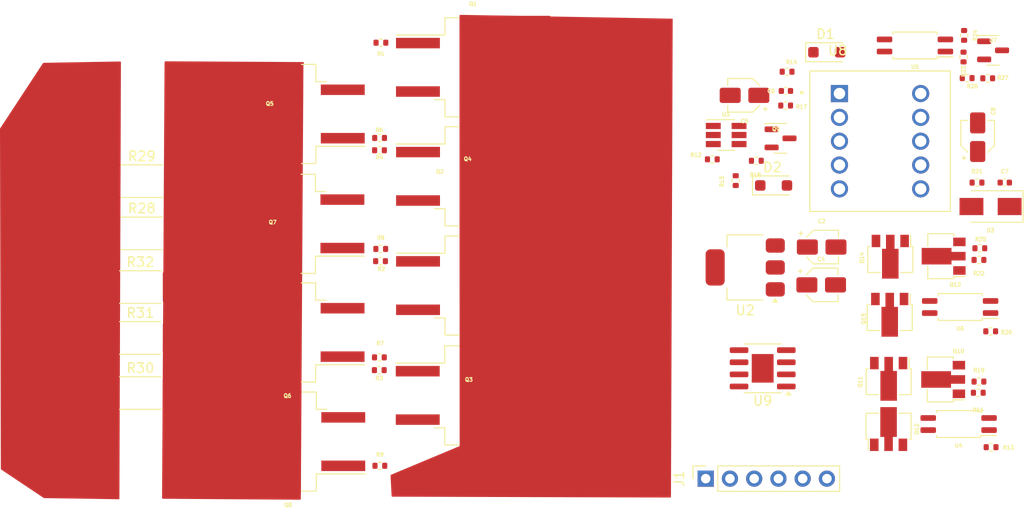
<source format=kicad_pcb>
(kicad_pcb (version 20240108) (generator "pcbnew") (generator_version "8.0")
  (layers (0 "F.Cu" signal) (31 "B.Cu" signal) (34 "B.Paste" user) (35 "F.Paste" user) (36 "B.SilkS" user "B.Silkscreen") (37 "F.SilkS" user "F.Silkscreen") (38 "B.Mask" user) (39 "F.Mask" user) (44 "Edge.Cuts" user))
  (net 0 "")
  (net 1 "GND")
  (net 2 "unreg+")
  (net 3 "+3.3V")
  (net 4 "Net-(U3-VDD)")
  (net 5 "Hv_Cell")
  (net 6 "Net-(D1-K)")
  (net 7 "Net-(C7-Pad1)")
  (net 8 "+bat_boost")
  (net 9 "Net-(D1-A)")
  (net 10 "Net-(D2-A)")
  (net 11 "Net-(D2-K)")
  (net 12 "Net-(D3-A)")
  (net 13 "Net-(Q1-G)")
  (net 14 "+bat_in")
  (net 15 "mos_s")
  (net 16 "Net-(Q2-G)")
  (net 17 "Net-(Q3-G)")
  (net 18 "Net-(Q4-G)")
  (net 19 "Net-(Q5-G)")
  (net 20 "+bat_mos_out")
  (net 21 "Net-(Q6-G)")
  (net 22 "Net-(Q7-G)")
  (net 23 "Net-(Q8-G)")
  (net 24 "Net-(Q9-G)")
  (net 25 "Net-(Q10-C)")
  (net 26 "Net-(Q10-B)")
  (net 27 "/charg_mos")
  (net 28 "Net-(Q13-C)")
  (net 29 "Net-(Q13-B)")
  (net 30 "/d_charg_mos")
  (net 31 "/current_sen")
  (net 32 "Net-(U3-TS)")
  (net 33 "Net-(R13-Pad1)")
  (net 34 "Net-(R20-Pad1)")
  (net 35 "Net-(R23-Pad1)")
  (net 36 "Net-(U7-K)")
  (net 37 "Net-(U7-REF)")
  (net 38 "+bat_out")
  (net 39 "/FB")
  (net 40 "/ch_mosfet")
  (net 41 "/dis_ch_mosfet")
  (net 42 "Net-(Q9-S)")
  (footprint "Resistor_SMD:R_0402_1005Metric" (layer "F.Cu") (at 186.995 63.37 -90)
    (property "Reference" "R24" (at 0 -1.17 90) (layer "F.SilkS") (effects (font (size 0.4 0.4) (thickness 0.4))))
    (property "Value" "100R")
    (pad "1" smd roundrect (at -0.51 0 270) (size 0.54 0.64) (layers "F.Cu" "F.Paste" "F.Mask") (net 36 "Net-(U7-K)"))
    (pad "2" smd roundrect (at 0.51 0 270) (size 0.54 0.64) (layers "F.Cu" "F.Paste" "F.Mask") (net 35 "Net-(R23-Pad1)"))
  )
  (footprint "EE13_6_6:BOBBIN_EE13_6_6" (layer "F.Cu") (at 178.19 74.47)
    (property "Reference" "U8" (at -4.445 -9.525 360) (layer "F.SilkS"))
    (property "Value" "EE13_6_6")
    (pad "1" thru_hole rect (at -4.255 -5) (size 1.8 1.8) (drill 1.2) (layers "*.Cu" "*.Mask") (net 5 "Hv_Cell"))
    (pad "2" thru_hole circle (at -4.255 -2.5) (size 1.8 1.8) (drill 1.2) (layers "*.Cu" "*.Mask") (net 9 "Net-(D1-A)"))
    (pad "3" thru_hole circle (at -4.255 0) (size 1.8 1.8) (drill 1.2) (layers "*.Cu" "*.Mask"))
    (pad "4" thru_hole circle (at -4.255 2.5) (size 1.8 1.8) (drill 1.2) (layers "*.Cu" "*.Mask") (net 10 "Net-(D2-A)"))
    (pad "5" thru_hole circle (at -4.255 5) (size 1.8 1.8) (drill 1.2) (layers "*.Cu" "*.Mask") (net 1 "GND"))
    (pad "6" thru_hole circle (at 4.255 5) (size 1.8 1.8) (drill 1.2) (layers "*.Cu" "*.Mask") (net 5 "Hv_Cell"))
    (pad "7" thru_hole circle (at 4.255 2.5) (size 1.8 1.8) (drill 1.2) (layers "*.Cu" "*.Mask") (net 12 "Net-(D3-A)"))
    (pad "8" thru_hole circle (at 4.255 0) (size 1.8 1.8) (drill 1.2) (layers "*.Cu" "*.Mask"))
    (pad "9" thru_hole circle (at 4.255 -2.5) (size 1.8 1.8) (drill 1.2) (layers "*.Cu" "*.Mask") (net 1 "GND"))
    (pad "10" thru_hole circle (at 4.255 -5) (size 1.8 1.8) (drill 1.2) (layers "*.Cu" "*.Mask") (net 2 "unreg+"))
  )
  (footprint "Package_TO_SOT_SMD:SOT-23" (layer "F.Cu") (at 190.0325 64.94)
    (property "Reference" "U7" (at 0 -1.05 360) (layer "F.SilkS") (effects (font (size 0.4 0.4) (thickness 0.4))))
    (property "Value" "TL431DBZ")
    (pad "1" smd roundrect (at -0.9375 -0.95) (size 1.475 0.6) (layers "F.Cu" "F.Paste" "F.Mask") (net 36 "Net-(U7-K)"))
    (pad "2" smd roundrect (at -0.9375 0.95) (size 1.475 0.6) (layers "F.Cu" "F.Paste" "F.Mask") (net 37 "Net-(U7-REF)"))
    (pad "3" smd roundrect (at 0.9375 0) (size 1.475 0.6) (layers "F.Cu" "F.Paste" "F.Mask") (net 5 "Hv_Cell"))
  )
  (footprint "Capacitor_SMD:C_0402_1005Metric" (layer "F.Cu") (at 191.255 78.81)
    (property "Reference" "C7" (at 0 -1.16 360) (layer "F.SilkS") (effects (font (size 0.4 0.4) (thickness 0.4))))
    (property "Value" "100nf")
    (pad "1" smd roundrect (at -0.48 0) (size 0.56 0.62) (layers "F.Cu" "F.Paste" "F.Mask") (net 7 "Net-(C7-Pad1)"))
    (pad "2" smd roundrect (at 0.48 0) (size 0.56 0.62) (layers "F.Cu" "F.Paste" "F.Mask") (net 8 "+bat_boost"))
  )
  (footprint "Resistor_SMD:R_0402_1005Metric" (layer "F.Cu") (at 125.89 64.14 180)
    (property "Reference" "R1" (at 0 -1.17 0) (layer "F.SilkS") (effects (font (size 0.4 0.4) (thickness 0.4))))
    (property "Value" "10")
    (pad "1" smd roundrect (at -0.51 0 180) (size 0.54 0.64) (layers "F.Cu" "F.Paste" "F.Mask") (net 13 "Net-(Q1-G)"))
    (pad "2" smd roundrect (at 0.51 0 180) (size 0.54 0.64) (layers "F.Cu" "F.Paste" "F.Mask") (net 30 "/d_charg_mos"))
  )
  (footprint "Capacitor_SMD:CP_Elec_3x5.4" (layer "F.Cu") (at 188.415 74.05 90)
    (property "Reference" "C8" (at 2.73 1.65 90) (layer "F.SilkS") (effects (font (size 0.4 0.4) (thickness 0.4))))
    (property "Value" "C_Polarized")
    (pad "1" smd roundrect (at -1.5 0 90) (size 2.2 1.6) (layers "F.Cu" "F.Paste" "F.Mask") (roundrect_rratio 0.15625) (net 8 "+bat_boost"))
    (pad "2" smd roundrect (at 1.5 0 90) (size 2.2 1.6) (layers "F.Cu" "F.Paste" "F.Mask") (roundrect_rratio 0.15625) (net 5 "Hv_Cell"))
  )
  (footprint "Resistor_SMD:R_0402_1005Metric" (layer "F.Cu") (at 125.75 74.13)
    (property "Reference" "R6" (at -0.02 -0.82 0) (layer "F.SilkS") (effects (font (size 0.4 0.4) (thickness 0.4))))
    (property "Value" "10")
    (pad "1" smd roundrect (at -0.51 0) (size 0.54 0.64) (layers "F.Cu" "F.Paste" "F.Mask") (net 19 "Net-(Q5-G)"))
    (pad "2" smd roundrect (at 0.51 0) (size 0.54 0.64) (layers "F.Cu" "F.Paste" "F.Mask") (net 27 "/charg_mos"))
  )
  (footprint "Resistor_SMD:R_2512_6332Metric_Pad1.40x3.35mm_HandSolder" (layer "F.Cu") (at 100.83 78.66)
    (property "Reference" "R29" (at 0 -2.62 0) (layer "F.SilkS"))
    (property "Value" "100R")
    (pad "1" smd roundrect (at -3.05 0) (size 1.4 3.35) (layers "F.Cu" "F.Paste" "F.Mask") (roundrect_rratio 0.178571) (net 38 "+bat_out"))
    (pad "2" smd roundrect (at 3.05 0) (size 1.4 3.35) (layers "F.Cu" "F.Paste" "F.Mask") (roundrect_rratio 0.178571) (net 20 "+bat_mos_out"))
  )
  (footprint "Resistor_SMD:R_0402_1005Metric" (layer "F.Cu") (at 188.55 86.92)
    (property "Reference" "R22" (at 0 1.41 360) (layer "F.SilkS") (effects (font (size 0.4 0.4) (thickness 0.4))))
    (property "Value" "1k")
    (pad "1" smd roundrect (at -0.51 0) (size 0.54 0.64) (layers "F.Cu" "F.Paste" "F.Mask") (net 29 "Net-(Q13-B)"))
    (pad "2" smd roundrect (at 0.51 0) (size 0.54 0.64) (layers "F.Cu" "F.Paste" "F.Mask") (net 8 "+bat_boost"))
  )
  (footprint "Package_TO_SOT_SMD:SOT-23" (layer "F.Cu") (at 167.7625 74.17)
    (property "Reference" "Q9" (at -0.48 -0.97 360) (layer "F.SilkS") (effects (font (size 0.4 0.4) (thickness 0.4))))
    (property "Value" "AO3400A")
    (pad "1" smd roundrect (at -0.9375 -0.95) (size 1.475 0.6) (layers "F.Cu" "F.Paste" "F.Mask") (net 24 "Net-(Q9-G)"))
    (pad "2" smd roundrect (at -0.9375 0.95) (size 1.475 0.6) (layers "F.Cu" "F.Paste" "F.Mask") (net 42 "Net-(Q9-S)"))
    (pad "3" smd roundrect (at 0.9375 0) (size 1.475 0.6) (layers "F.Cu" "F.Paste" "F.Mask") (net 9 "Net-(D1-A)"))
  )
  (footprint "Resistor_SMD:R_0402_1005Metric" (layer "F.Cu") (at 125.87 85.77)
    (property "Reference" "R8" (at 0 -1.17 0) (layer "F.SilkS") (effects (font (size 0.4 0.4) (thickness 0.4))))
    (property "Value" "10")
    (pad "1" smd roundrect (at -0.51 0) (size 0.54 0.64) (layers "F.Cu" "F.Paste" "F.Mask") (net 22 "Net-(Q7-G)"))
    (pad "2" smd roundrect (at 0.51 0) (size 0.54 0.64) (layers "F.Cu" "F.Paste" "F.Mask") (net 27 "/charg_mos"))
  )
  (footprint "Resistor_SMD:R_0402_1005Metric" (layer "F.Cu") (at 168.295 70.73 180)
    (property "Reference" "R17" (at -1.65 -0.13 360) (layer "F.SilkS") (effects (font (size 0.4 0.4) (thickness 0.4))))
    (property "Value" "22k")
    (pad "1" smd roundrect (at -0.51 0 180) (size 0.54 0.64) (layers "F.Cu" "F.Paste" "F.Mask") (net 6 "Net-(D1-K)"))
    (pad "2" smd roundrect (at 0.51 0 180) (size 0.54 0.64) (layers "F.Cu" "F.Paste" "F.Mask") (net 5 "Hv_Cell"))
  )
  (footprint "Resistor_SMD:R_0402_1005Metric" (layer "F.Cu") (at 125.73 97.14 180)
    (property "Reference" "R7" (at -0.08 1.47 0) (layer "F.SilkS") (effects (font (size 0.4 0.4) (thickness 0.4))))
    (property "Value" "10")
    (pad "1" smd roundrect (at -0.51 0 180) (size 0.54 0.64) (layers "F.Cu" "F.Paste" "F.Mask") (net 21 "Net-(Q6-G)"))
    (pad "2" smd roundrect (at 0.51 0 180) (size 0.54 0.64) (layers "F.Cu" "F.Paste" "F.Mask") (net 27 "/charg_mos"))
  )
  (footprint "Resistor_SMD:R_0402_1005Metric" (layer "F.Cu") (at 188.64 85.7)
    (property "Reference" "R25" (at 0.1 -0.95 360) (layer "F.SilkS") (effects (font (size 0.4 0.4) (thickness 0.4))))
    (property "Value" "4.7k")
    (pad "1" smd roundrect (at -0.51 0) (size 0.54 0.64) (layers "F.Cu" "F.Paste" "F.Mask") (net 28 "Net-(Q13-C)"))
    (pad "2" smd roundrect (at 0.51 0) (size 0.54 0.64) (layers "F.Cu" "F.Paste" "F.Mask") (net 8 "+bat_boost"))
  )
  (footprint "Capacitor_SMD:CP_Elec_3x5.4" (layer "F.Cu") (at 172.02 89.54)
    (property "Reference" "C4" (at 0 -2.7 360) (layer "F.SilkS") (effects (font (size 0.4 0.4) (thickness 0.4))))
    (property "Value" "C_Polarized")
    (pad "1" smd roundrect (at -1.5 0) (size 2.2 1.6) (layers "F.Cu" "F.Paste" "F.Mask") (roundrect_rratio 0.15625) (net 3 "+3.3V"))
    (pad "2" smd roundrect (at 1.5 0) (size 2.2 1.6) (layers "F.Cu" "F.Paste" "F.Mask") (roundrect_rratio 0.15625) (net 1 "GND"))
  )
  (footprint "Package_SO:SOP-4_4.4x2.6mm_P1.27mm" (layer "F.Cu") (at 186.4225 104.135 180)
    (property "Reference" "U4" (at 0 -2.25 360) (layer "F.SilkS") (effects (font (size 0.4 0.4) (thickness 0.4))))
    (property "Value" "PC817")
    (pad "1" smd roundrect (at -3.1875 -0.635 180) (size 1.625 0.6) (layers "F.Cu" "F.Paste" "F.Mask") (net 33 "Net-(R13-Pad1)"))
    (pad "2" smd roundrect (at -3.1875 0.635 180) (size 1.625 0.6) (layers "F.Cu" "F.Paste" "F.Mask") (net 40 "/ch_mosfet"))
    (pad "3" smd roundrect (at 3.1875 0.635 180) (size 1.625 0.6) (layers "F.Cu" "F.Paste" "F.Mask") (net 1 "GND"))
    (pad "4" smd roundrect (at 3.1875 -0.635 180) (size 1.625 0.6) (layers "F.Cu" "F.Paste" "F.Mask") (net 26 "Net-(Q10-B)"))
  )
  (footprint "Package_TO_SOT_SMD:SOT-23-6_Handsoldering" (layer "F.Cu") (at 162.065 73.82)
    (property "Reference" "U3" (at -0.04 -2.16 360) (layer "F.SilkS") (effects (font (size 0.4 0.4) (thickness 0.4))))
    (property "Value" "AP8266")
    (pad "1" smd rect (at -1.35 -0.95) (size 1.56 0.65) (layers "F.Cu" "F.Paste" "F.Mask") (net 1 "GND"))
    (pad "2" smd rect (at -1.35 0) (size 1.56 0.65) (layers "F.Cu" "F.Paste" "F.Mask") (net 39 "/FB"))
    (pad "3" smd rect (at -1.35 0.95) (size 1.56 0.65) (layers "F.Cu" "F.Paste" "F.Mask") (net 32 "Net-(U3-TS)"))
    (pad "4" smd rect (at 1.35 0.95) (size 1.56 0.65) (layers "F.Cu" "F.Paste" "F.Mask") (net 42 "Net-(Q9-S)"))
    (pad "5" smd rect (at 1.35 0) (size 1.56 0.65) (layers "F.Cu" "F.Paste" "F.Mask") (net 4 "Net-(U3-VDD)"))
    (pad "6" smd rect (at 1.35 -0.95) (size 1.56 0.65) (layers "F.Cu" "F.Paste" "F.Mask") (net 24 "Net-(Q9-G)"))
  )
  (footprint "Package_TO_SOT_SMD:TO-263-2" (layer "F.Cu") (at 116.08 83.135 180)
    (property "Reference" "Q7" (at 1.53 0.165 0) (layer "F.SilkS") (effects (font (size 0.4 0.4) (thickness 0.4))))
    (property "Value" "IRFS4310Z")
    (pad "1" smd rect (at -5.775 -2.54 180) (size 4.6 1.1) (layers "F.Cu" "F.Paste" "F.Mask") (net 22 "Net-(Q7-G)"))
    (pad "2" smd rect (at 3.375 0 180) (size 9.4 10.8) (layers "F.Cu" "F.Mask") (net 20 "+bat_mos_out"))
    (pad "3" smd rect (at -5.775 2.54 180) (size 4.6 1.1) (layers "F.Cu" "F.Paste" "F.Mask") (net 15 "mos_s"))
  )
  (footprint "Resistor_SMD:R_0402_1005Metric" (layer "F.Cu") (at 187.315 67.85 180)
    (property "Reference" "R26" (at -0.55 -0.86 360) (layer "F.SilkS") (effects (font (size 0.4 0.4) (thickness 0.4))))
    (property "Value" "100R")
    (pad "1" smd roundrect (at -0.51 0 180) (size 0.54 0.64) (layers "F.Cu" "F.Paste" "F.Mask") (net 37 "Net-(U7-REF)"))
    (pad "2" smd roundrect (at 0.51 0 180) (size 0.54 0.64) (layers "F.Cu" "F.Paste" "F.Mask") (net 8 "+bat_boost"))
  )
  (footprint "Resistor_SMD:R_2512_6332Metric_Pad1.40x3.35mm_HandSolder" (layer "F.Cu") (at 100.83 84.14)
    (property "Reference" "R28" (at 0 -2.62 0) (layer "F.SilkS"))
    (property "Value" "100R")
    (pad "1" smd roundrect (at -3.05 0) (size 1.4 3.35) (layers "F.Cu" "F.Paste" "F.Mask") (roundrect_rratio 0.178571) (net 38 "+bat_out"))
    (pad "2" smd roundrect (at 3.05 0) (size 1.4 3.35) (layers "F.Cu" "F.Paste" "F.Mask") (roundrect_rratio 0.178571) (net 20 "+bat_mos_out"))
  )
  (footprint "Diode_SMD:D_SOD-123F" (layer "F.Cu") (at 172.605 65.14)
    (property "Reference" "D1" (at -0.127 -1.905 360) (layer "F.SilkS"))
    (property "Value" "B160-E3")
    (pad "1" smd roundrect (at -1.4 0) (size 1.1 1.1) (layers "F.Cu" "F.Paste" "F.Mask") (roundrect_rratio 0.2272727273) (net 6 "Net-(D1-K)"))
    (pad "2" smd roundrect (at 1.4 0) (size 1.1 1.1) (layers "F.Cu" "F.Paste" "F.Mask") (roundrect_rratio 0.2272727273) (net 9 "Net-(D1-A)"))
  )
  (footprint "Resistor_SMD:R_0402_1005Metric" (layer "F.Cu") (at 125.78 108.51)
    (property "Reference" "R9" (at 0 -1.17 0) (layer "F.SilkS") (effects (font (size 0.4 0.4) (thickness 0.4))))
    (property "Value" "10")
    (pad "1" smd roundrect (at -0.51 0) (size 0.54 0.64) (layers "F.Cu" "F.Paste" "F.Mask") (net 23 "Net-(Q8-G)"))
    (pad "2" smd roundrect (at 0.51 0) (size 0.54 0.64) (layers "F.Cu" "F.Paste" "F.Mask") (net 27 "/charg_mos"))
  )
  (footprint "Resistor_SMD:R_0402_1005Metric" (layer "F.Cu") (at 186.935 65.64 -90)
    (property "Reference" "R23" (at 1.51 0 90) (layer "F.SilkS") (effects (font (size 0.4 0.4) (thickness 0.4))))
    (property "Value" "100R")
    (pad "1" smd roundrect (at -0.51 0 270) (size 0.54 0.64) (layers "F.Cu" "F.Paste" "F.Mask") (net 35 "Net-(R23-Pad1)"))
    (pad "2" smd roundrect (at 0.51 0 270) (size 0.54 0.64) (layers "F.Cu" "F.Paste" "F.Mask") (net 8 "+bat_boost"))
  )
  (footprint "Resistor_SMD:R_2512_6332Metric_Pad1.40x3.35mm_HandSolder" (layer "F.Cu") (at 100.69 100.88)
    (property "Reference" "R30" (at 0 -2.62 0) (layer "F.SilkS"))
    (property "Value" "100R")
    (pad "1" smd roundrect (at -3.05 0) (size 1.4 3.35) (layers "F.Cu" "F.Paste" "F.Mask") (roundrect_rratio 0.178571) (net 38 "+bat_out"))
    (pad "2" smd roundrect (at 3.05 0) (size 1.4 3.35) (layers "F.Cu" "F.Paste" "F.Mask") (roundrect_rratio 0.178571) (net 20 "+bat_mos_out"))
  )
  (footprint "Capacitor_SMD:CP_Elec_3x5.4" (layer "F.Cu") (at 172.07 85.57)
    (property "Reference" "C2" (at 0 -2.7 360) (layer "F.SilkS") (effects (font (size 0.4 0.4) (thickness 0.4))))
    (property "Value" "C_Polarized")
    (pad "1" smd roundrect (at -1.5 0) (size 2.2 1.6) (layers "F.Cu" "F.Paste" "F.Mask") (roundrect_rratio 0.15625) (net 2 "unreg+"))
    (pad "2" smd roundrect (at 1.5 0) (size 2.2 1.6) (layers "F.Cu" "F.Paste" "F.Mask") (roundrect_rratio 0.15625) (net 1 "GND"))
  )
  (footprint "Diode_SMD:D_SMA" (layer "F.Cu") (at 189.765 81.32 180)
    (property "Reference" "D3" (at 0 -2.5 360) (layer "F.SilkS") (effects (font (size 0.4 0.4) (thickness 0.4))))
    (property "Value" "B160-E3")
    (pad "1" smd rect (at -2 0 180) (size 2.5 1.8) (layers "F.Cu" "F.Paste" "F.Mask") (net 8 "+bat_boost"))
    (pad "2" smd rect (at 2 0 180) (size 2.5 1.8) (layers "F.Cu" "F.Paste" "F.Mask") (net 12 "Net-(D3-A)"))
  )
  (footprint "Resistor_SMD:R_0402_1005Metric" (layer "F.Cu") (at 125.74 75.42 180)
    (property "Reference" "R4" (at -0.01 -0.75 0) (layer "F.SilkS") (effects (font (size 0.4 0.4) (thickness 0.4))))
    (property "Value" "10")
    (pad "1" smd roundrect (at -0.51 0 180) (size 0.54 0.64) (layers "F.Cu" "F.Paste" "F.Mask") (net 18 "Net-(Q4-G)"))
    (pad "2" smd roundrect (at 0.51 0 180) (size 0.54 0.64) (layers "F.Cu" "F.Paste" "F.Mask") (net 30 "/d_charg_mos"))
  )
  (footprint "Resistor_SMD:R_0402_1005Metric" (layer "F.Cu") (at 189.78 94.41)
    (property "Reference" "R20" (at 1.65 0.11 360) (layer "F.SilkS") (effects (font (size 0.4 0.4) (thickness 0.4))))
    (property "Value" "220")
    (pad "1" smd roundrect (at -0.51 0) (size 0.54 0.64) (layers "F.Cu" "F.Paste" "F.Mask") (net 34 "Net-(R20-Pad1)"))
    (pad "2" smd roundrect (at 0.51 0) (size 0.54 0.64) (layers "F.Cu" "F.Paste" "F.Mask") (net 3 "+3.3V"))
  )
  (footprint "Package_TO_SOT_SMD:TO-263-2" (layer "F.Cu") (at 116.17 105.975 180)
    (property "Reference" "Q8" (at 0 -6.65 0) (layer "F.SilkS") (effects (font (size 0.4 0.4) (thickness 0.4))))
    (property "Value" "IRFS4310Z")
    (pad "1" smd rect (at -5.775 -2.54 180) (size 4.6 1.1) (layers "F.Cu" "F.Paste" "F.Mask") (net 23 "Net-(Q8-G)"))
    (pad "2" smd rect (at 3.375 0 180) (size 9.4 10.8) (layers "F.Cu" "F.Mask") (net 20 "+bat_mos_out"))
    (pad "3" smd rect (at -5.775 2.54 180) (size 4.6 1.1) (layers "F.Cu" "F.Paste" "F.Mask") (net 15 "mos_s"))
  )
  (footprint "Resistor_SMD:R_0402_1005Metric" (layer "F.Cu") (at 188.55 99.68)
    (property "Reference" "R19" (at 0 -1.17 360) (layer "F.SilkS") (effects (font (size 0.4 0.4) (thickness 0.4))))
    (property "Value" "4.7k")
    (pad "1" smd roundrect (at -0.51 0) (size 0.54 0.64) (layers "F.Cu" "F.Paste" "F.Mask") (net 25 "Net-(Q10-C)"))
    (pad "2" smd roundrect (at 0.51 0) (size 0.54 0.64) (layers "F.Cu" "F.Paste" "F.Mask") (net 8 "+bat_boost"))
  )
  (footprint "Package_SO:SOP-4_4.4x2.6mm_P1.27mm" (layer "F.Cu") (at 181.845 64.43 180)
    (property "Reference" "U5" (at 0 -2.25 360) (layer "F.SilkS") (effects (font (size 0.4 0.4) (thickness 0.4))))
    (property "Value" "PC817")
    (pad "1" smd roundrect (at -3.1875 -0.635 180) (size 1.625 0.6) (layers "F.Cu" "F.Paste" "F.Mask") (net 35 "Net-(R23-Pad1)"))
    (pad "2" smd roundrect (at -3.1875 0.635 180) (size 1.625 0.6) (layers "F.Cu" "F.Paste" "F.Mask") (net 36 "Net-(U7-K)"))
    (pad "3" smd roundrect (at 3.1875 0.635 180) (size 1.625 0.6) (layers "F.Cu" "F.Paste" "F.Mask") (net 1 "GND"))
    (pad "4" smd roundrect (at 3.1875 -0.635 180) (size 1.625 0.6) (layers "F.Cu" "F.Paste" "F.Mask") (net 39 "/FB"))
  )
  (footprint "Resistor_SMD:R_2512_6332Metric_Pad1.40x3.35mm_HandSolder" (layer "F.Cu") (at 100.69 95.1)
    (property "Reference" "R31" (at 0 -2.62 0) (layer "F.SilkS"))
    (property "Value" "100R")
    (pad "1" smd roundrect (at -3.05 0) (size 1.4 3.35) (layers "F.Cu" "F.Paste" "F.Mask") (roundrect_rratio 0.178571) (net 38 "+bat_out"))
    (pad "2" smd roundrect (at 3.05 0) (size 1.4 3.35) (layers "F.Cu" "F.Paste" "F.Mask") (roundrect_rratio 0.178571) (net 20 "+bat_mos_out"))
  )
  (footprint "Resistor_SMD:R_0402_1005Metric" (layer "F.Cu") (at 188.48 100.85)
    (property "Reference" "R16" (at -0.02 1.82 360) (layer "F.SilkS") (effects (font (size 0.4 0.4) (thickness 0.4))))
    (property "Value" "1k")
    (pad "1" smd roundrect (at -0.51 0) (size 0.54 0.64) (layers "F.Cu" "F.Paste" "F.Mask") (net 26 "Net-(Q10-B)"))
    (pad "2" smd roundrect (at 0.51 0) (size 0.54 0.64) (layers "F.Cu" "F.Paste" "F.Mask") (net 8 "+bat_boost"))
  )
  (footprint "Resistor_SMD:R_0402_1005Metric" (layer "F.Cu") (at 165.225 76.52)
    (property "Reference" "R18" (at -0.1 1.5 360) (layer "F.SilkS") (effects (font (size 0.4 0.4) (thickness 0.4))))
    (property "Value" "100R")
    (pad "1" smd roundrect (at -0.51 0) (size 0.54 0.64) (layers "F.Cu" "F.Paste" "F.Mask") (net 1 "GND"))
    (pad "2" smd roundrect (at 0.51 0) (size 0.54 0.64) (layers "F.Cu" "F.Paste" "F.Mask") (net 42 "Net-(Q9-S)"))
  )
  (footprint "Resistor_SMD:R_0402_1005Metric" (layer "F.Cu") (at 125.72 98.48 180)
    (property "Reference" "R3" (at 0.01 -0.85 0) (layer "F.SilkS") (effects (font (size 0.4 0.4) (thickness 0.4))))
    (property "Value" "10")
    (pad "1" smd roundrect (at -0.51 0 180) (size 0.54 0.64) (layers "F.Cu" "F.Paste" "F.Mask") (net 17 "Net-(Q3-G)"))
    (pad "2" smd roundrect (at 0.51 0 180) (size 0.54 0.64) (layers "F.Cu" "F.Paste" "F.Mask") (net 30 "/d_charg_mos"))
  )
  (footprint "Resistor_SMD:R_0402_1005Metric" (layer "F.Cu") (at 189.82 106.56)
    (property "Reference" "R13" (at 1.82 0.04 360) (layer "F.SilkS") (effects (font (size 0.4 0.4) (thickness 0.4))))
    (property "Value" "220")
    (pad "1" smd roundrect (at -0.51 0) (size 0.54 0.64) (layers "F.Cu" "F.Paste" "F.Mask") (net 33 "Net-(R13-Pad1)"))
    (pad "2" smd roundrect (at 0.51 0) (size 0.54 0.64) (layers "F.Cu" "F.Paste" "F.Mask") (net 3 "+3.3V"))
  )
  (footprint "Package_TO_SOT_SMD:SOT-89-3" (layer "F.Cu") (at 179.26 86.58 -90)
    (property "Reference" "Q14" (at 0.12 2.97 90) (layer "F.SilkS") (effects (font (size 0.4 0.4) (thickness 0.4))))
    (property "Value" "BCX53")
    (pad "1" smd rect (at -1.65 -1.5 270) (size 1.3 0.9) (layers "F.Cu" "F.Paste" "F.Mask") (net 28 "Net-(Q13-C)"))
    (pad "2" smd custom (at -1.5625 0 270) (size 1.475 0.9) (layers "F.Cu" "F.Paste" "F.Mask") (net 30 "/d_charg_mos") (options (clearance outline) (anchor rect)) (primitives (gr_poly (pts (xy 3.8625 0.8665) (xy 0.7375 0.8665) (xy 0.7375 -0.8665) (xy 3.8625 -0.8665)) (width 0) (fill yes))))
    (pad "3" smd rect (at -1.65 1.5 270) (size 1.3 0.9) (layers "F.Cu" "F.Paste" "F.Mask") (net 8 "+bat_boost"))
  )
  (footprint "Package_SO:SOIC-8-1EP_3.9x4.9mm_P1.27mm_EP2.29x3mm" (layer "F.Cu") (at 165.89 98.29 180)
    (property "Reference" "U9" (at 0 -3.4 360) (layer "F.SilkS"))
    (property "Value" "AD8418")
    (pad "1" smd roundrect (at -2.475 -1.905 180) (size 1.95 0.6) (layers "F.Cu" "F.Paste" "F.Mask") (net 38 "+bat_out"))
    (pad "2" smd roundrect (at -2.475 -0.635 180) (size 1.95 0.6) (layers "F.Cu" "F.Paste" "F.Mask") (net 1 "GND"))
    (pad "3" smd roundrect (at -2.475 0.635 180) (size 1.95 0.6) (layers "F.Cu" "F.Paste" "F.Mask") (net 1 "GND"))
    (pad "4" smd roundrect (at -2.475 1.905 180) (size 1.95 0.6) (layers "F.Cu" "F.Paste" "F.Mask"))
    (pad "5" smd roundrect (at 2.475 1.905 180) (size 1.95 0.6) (layers "F.Cu" "F.Paste" "F.Mask") (net 31 "/current_sen"))
    (pad "6" smd roundrect (at 2.475 0.635 180) (size 1.95 0.6) (layers "F.Cu" "F.Paste" "F.Mask") (net 3 "+3.3V"))
    (pad "7" smd roundrect (at 2.475 -0.635 180) (size 1.95 0.6) (layers "F.Cu" "F.Paste" "F.Mask") (net 3 "+3.3V"))
    (pad "8" smd roundrect (at 2.475 -1.905 180) (size 1.95 0.6) (layers "F.Cu" "F.Paste" "F.Mask") (net 20 "+bat_mos_out"))
    (pad "9" smd rect (at 0 0 180) (size 2.29 3) (property pad_prop_heatsink) (layers "F.Cu" "F.Mask"))
  )
  (footprint "Resistor_SMD:R_0402_1005Metric" (layer "F.Cu") (at 189.465 67.87 180)
    (property "Reference" "R27" (at -1.59 0.05 360) (layer "F.SilkS") (effects (font (size 0.4 0.4) (thickness 0.4))))
    (property "Value" "100R")
    (pad "1" smd roundrect (at -0.51 0 180) (size 0.54 0.64) (layers "F.Cu" "F.Paste" "F.Mask") (net 5 "Hv_Cell"))
    (pad "2" smd roundrect (at 0.51 0 180) (size 0.54 0.64) (layers "F.Cu" "F.Paste" "F.Mask") (net 37 "Net-(U7-REF)"))
  )
  (footprint "Resistor_SMD:R_0402_1005Metric" (layer "F.Cu") (at 125.85 87.05 180)
    (property "Reference" "R2" (at -0.09 -0.82 0) (layer "F.SilkS") (effects (font (size 0.4 0.4) (thickness 0.4))))
    (property "Value" "10")
    (pad "1" smd roundrect (at -0.51 0 180) (size 0.54 0.64) (layers "F.Cu" "F.Paste" "F.Mask") (net 16 "Net-(Q2-G)"))
    (pad "2" smd roundrect (at 0.51 0 180) (size 0.54 0.64) (layers "F.Cu" "F.Paste" "F.Mask") (net 30 "/d_charg_mos"))
  )
  (footprint "Package_TO_SOT_SMD:SOT-89-3" (layer "F.Cu") (at 184.85 86.53 180)
    (property "Reference" "Q13" (at -1.22 -2.99 360) (layer "F.SilkS") (effects (font (size 0.4 0.4) (thickness 0.4))))
    (property "Value" "BCX56")
    (pad "1" smd rect (at -1.65 -1.5 180) (size 1.3 0.9) (layers "F.Cu" "F.Paste" "F.Mask") (net 29 "Net-(Q13-B)"))
    (pad "2" smd custom (at -1.5625 0 180) (size 1.475 0.9) (layers "F.Cu" "F.Paste" "F.Mask") (net 28 "Net-(Q13-C)") (options (clearance outline) (anchor rect)) (primitives (gr_poly (pts (xy 3.8625 0.8665) (xy 0.7375 0.8665) (xy 0.7375 -0.8665) (xy 3.8625 -0.8665)) (width 0) (fill yes))))
    (pad "3" smd rect (at -1.65 1.5 180) (size 1.3 0.9) (layers "F.Cu" "F.Paste" "F.Mask") (net 1 "GND"))
  )
  (footprint "Resistor_SMD:R_0402_1005Metric" (layer "F.Cu") (at 188.345 78.81)
    (property "Reference" "R21" (at 0 -1.17 360) (layer "F.SilkS") (effects (font (size 0.4 0.4) (thickness 0.4))))
    (property "Value" "100R")
    (pad "1" smd roundrect (at -0.51 0) (size 0.54 0.64) (layers "F.Cu" "F.Paste" "F.Mask") (net 12 "Net-(D3-A)"))
    (pad "2" smd roundrect (at 0.51 0) (size 0.54 0.64) (layers "F.Cu" "F.Paste" "F.Mask") (net 7 "Net-(C7-Pad1)"))
  )
  (footprint "Resistor_SMD:R_0402_1005Metric" (layer "F.Cu") (at 168.445 67.18)
    (property "Reference" "R14" (at 0.47 -1 360) (layer "F.SilkS") (effects (font (size 0.4 0.4) (thickness 0.4))))
    (property "Value" "100k")
    (pad "1" smd roundrect (at -0.51 0) (size 0.54 0.64) (layers "F.Cu" "F.Paste" "F.Mask") (net 4 "Net-(U3-VDD)"))
    (pad "2" smd roundrect (at 0.51 0) (size 0.54 0.64) (layers "F.Cu" "F.Paste" "F.Mask") (net 5 "Hv_Cell"))
  )
  (footprint "Package_TO_SOT_SMD:SOT-223" (layer "F.Cu") (at 164.06 87.71 180)
    (property "Reference" "U2" (at 0 -4.5 360) (layer "F.SilkS"))
    (property "Value" "LM1117-3.3")
    (pad "1" smd roundrect (at -3.15 -2.3 180) (size 2 1.5) (layers "F.Cu" "F.Paste" "F.Mask") (net 1 "GND"))
    (pad "2" smd roundrect (at -3.15 0 180) (size 2 1.5) (layers "F.Cu" "F.Paste" "F.Mask") (net 3 "+3.3V"))
    (pad "3" smd roundrect (at -3.15 2.3 180) (size 2 1.5) (layers "F.Cu" "F.Paste" "F.Mask") (net 2 "unreg+"))
    (pad "4" smd roundrect (at 3.15 0 180) (size 2 3.8) (layers "F.Cu" "F.Paste" "F.Mask"))
  )
  (footprint "Package_TO_SOT_SMD:SOT-89-3" (layer "F.Cu") (at 179.2 92.67 -90)
    (property "Reference" "Q15" (at 0.43 2.73 90) (layer "F.SilkS") (effects (font (size 0.4 0.4) (thickness 0.4))))
    (property "Value" "BCX56")
    (pad "1" smd rect (at -1.65 -1.5 270) (size 1.3 0.9) (layers "F.Cu" "F.Paste" "F.Mask") (net 28 "Net-(Q13-C)"))
    (pad "2" smd custom (at -1.5625 0 270) (size 1.475 0.9) (layers "F.Cu" "F.Paste" "F.Mask") (net 30 "/d_charg_mos") (options (clearance outline) (anchor rect)) (primitives (gr_poly (pts (xy 3.8625 0.8665) (xy 0.7375 0.8665) (xy 0.7375 -0.8665) (xy 3.8625 -0.8665)) (width 0) (fill yes))))
    (pad "3" smd rect (at -1.65 1.5 270) (size 1.3 0.9) (layers "F.Cu" "F.Paste" "F.Mask") (net 1 "GND"))
  )
  (footprint "Package_TO_SOT_SMD:SOT-89-3" (layer "F.Cu") (at 179.08 104.66 90)
    (property "Reference" "Q12" (at 0 2.97 90) (layer "F.SilkS") (effects (font (size 0.4 0.4) (thickness 0.4))))
    (property "Value" "BCX56")
    (pad "1" smd rect (at -1.65 -1.5 90) (size 1.3 0.9) (layers "F.Cu" "F.Paste" "F.Mask") (net 25 "Net-(Q10-C)"))
    (pad "2" smd custom (at -1.5625 0 90) (size 1.475 0.9) (layers "F.Cu" "F.Paste" "F.Mask") (net 27 "/charg_mos") (options (clearance outline) (anchor rect)) (primitives (gr_poly (pts (xy 3.8625 0.8665) (xy 0.7375 0.8665) (xy 0.7375 -0.8665) (xy 3.8625 -0.8665)) (width 0) (fill yes))))
    (pad "3" smd rect (at -1.65 1.5 90) (size 1.3 0.9) (layers "F.Cu" "F.Paste" "F.Mask") (net 1 "GND"))
  )
  (footprint "Connector_PinSocket_2.54mm:PinSocket_1x06_P2.54mm_Vertical" (layer "F.Cu") (at 159.92 109.86 90)
    (property "Reference" "J1" (at 0 -2.77 90) (layer "F.SilkS"))
    (property "Value" "Conn_01x06_Pin")
    (pad "1" thru_hole rect (at 0 0 90) (size 1.7 1.7) (drill 1) (layers "*.Cu" "*.Mask") (net 5 "Hv_Cell"))
    (pad "2" thru_hole oval (at 0 2.54 90) (size 1.7 1.7) (drill 1) (layers "*.Cu" "*.Mask") (net 1 "GND"))
    (pad "3" thru_hole oval (at 0 5.08 90) (size 1.7 1.7) (drill 1) (layers "*.Cu" "*.Mask") (net 3 "+3.3V"))
    (pad "4" thru_hole oval (at 0 7.62 90) (size 1.7 1.7) (drill 1) (layers "*.Cu" "*.Mask") (net 31 "/current_sen"))
    (pad "5" thru_hole oval (at 0 10.16 90) (size 1.7 1.7) (drill 1) (layers "*.Cu" "*.Mask") (net 40 "/ch_mosfet"))
    (pad "6" thru_hole oval (at 0 12.7 90) (size 1.7 1.7) (drill 1) (layers "*.Cu" "*.Mask") (net 41 "/dis_ch_mosfet"))
  )
  (footprint "Capacitor_SMD:C_0402_1005Metric" (layer "F.Cu") (at 168.325 69.2)
    (property "Reference" "C6" (at -1.55 0.01 360) (layer "F.SilkS") (effects (font (size 0.4 0.4) (thickness 0.4))))
    (property "Value" "100nf")
    (pad "1" smd roundrect (at -0.48 0) (size 0.56 0.62) (layers "F.Cu" "F.Paste" "F.Mask") (net 5 "Hv_Cell"))
    (pad "2" smd roundrect (at 0.48 0) (size 0.56 0.62) (layers "F.Cu" "F.Paste" "F.Mask") (net 6 "Net-(D1-K)"))
  )
  (footprint "Package_TO_SOT_SMD:TO-263-2" (layer "F.Cu") (at 135.555 78.15)
    (property "Reference" "Q4" (at -0.57 -1.815 0) (layer "F.SilkS") (effects (font (size 0.4 0.4) (thickness 0.4))))
    (property "Value" "IRFS4310Z")
    (pad "1" smd rect (at -5.775 -2.54) (size 4.6 1.1) (layers "F.Cu" "F.Paste" "F.Mask") (net 18 "Net-(Q4-G)"))
    (pad "2" smd rect (at 3.375 0) (size 9.4 10.8) (layers "F.Cu" "F.Mask") (net 14 "+bat_in"))
    (pad "3" smd rect (at -5.775 2.54) (size 4.6 1.1) (layers "F.Cu" "F.Paste" "F.Mask") (net 15 "mos_s"))
  )
  (footprint "Capacitor_SMD:CP_Elec_3x5.4" (layer "F.Cu") (at 163.985 69.66 180)
    (property "Reference" "C5" (at 0 -2.7 360) (layer "F.SilkS") (effects (font (size 0.4 0.4) (thickness 0.4))))
    (property "Value" "C_Polarized")
    (pad "1" smd roundrect (at -1.5 0 180) (size 2.2 1.6) (layers "F.Cu" "F.Paste" "F.Mask") (roundrect_rratio 0.15625) (net 4 "Net-(U3-VDD)"))
    (pad "2" smd roundrect (at 1.5 0 180) (size 2.2 1.6) (layers "F.Cu" "F.Paste" "F.Mask") (roundrect_rratio 0.15625) (net 1 "GND"))
  )
  (footprint "Resistor_SMD:R_2512_6332Metric_Pad1.40x3.35mm_HandSolder" (layer "F.Cu") (at 100.69 89.77)
    (property "Reference" "R32" (at 0 -2.62 0) (layer "F.SilkS"))
    (property "Value" "100R")
    (pad "1" smd roundrect (at -3.05 0) (size 1.4 3.35) (layers "F.Cu" "F.Paste" "F.Mask") (roundrect_rratio 0.178571) (net 38 "+bat_out"))
    (pad "2" smd roundrect (at 3.05 0) (size 1.4 3.35) (layers "F.Cu" "F.Paste" "F.Mask") (roundrect_rratio 0.178571) (net 20 "+bat_mos_out"))
  )
  (footprint "Package_TO_SOT_SMD:TO-263-2" (layer "F.Cu") (at 135.545 66.72)
    (property "Reference" "Q1" (at 0 -6.65 0) (layer "F.SilkS") (effects (font (size 0.4 0.4) (thickness 0.4))))
    (property "Value" "IRFS4310Z")
    (pad "1" smd rect (at -5.775 -2.54) (size 4.6 1.1) (layers "F.Cu" "F.Paste" "F.Mask") (net 13 "Net-(Q1-G)"))
    (pad "2" smd rect (at 3.375 0) (size 9.4 10.8) (layers "F.Cu" "F.Mask") (net 14 "+bat_in"))
    (pad "3" smd rect (at -5.775 2.54) (size 4.6 1.1) (layers "F.Cu" "F.Paste" "F.Mask") (net 15 "mos_s"))
  )
  (footprint "Package_TO_SOT_SMD:TO-263-2" (layer "F.Cu") (at 135.555 89.61)
    (property "Reference" "Q2" (at -3.49 -11.95 0) (layer "F.SilkS") (effects (font (size 0.4 0.4) (thickness 0.4))))
    (property "Value" "IRFS4310Z")
    (pad "1" smd rect (at -5.775 -2.54) (size 4.6 1.1) (layers "F.Cu" "F.Paste" "F.Mask") (net 16 "Net-(Q2-G)"))
    (pad "2" smd rect (at 3.375 0) (size 9.4 10.8) (layers "F.Cu" "F.Mask") (net 14 "+bat_in"))
    (pad "3" smd rect (at -5.775 2.54) (size 4.6 1.1) (layers "F.Cu" "F.Paste" "F.Mask") (net 15 "mos_s"))
  )
  (footprint "Diode_SMD:D_SOD-123F" (layer "F.Cu") (at 167.035 79.11)
    (property "Reference" "D2" (at -0.127 -1.905 360) (layer "F.SilkS"))
    (property "Value" "B160-E3")
    (pad "1" smd roundrect (at -1.4 0) (size 1.1 1.1) (layers "F.Cu" "F.Paste" "F.Mask") (roundrect_rratio 0.2272727273) (net 11 "Net-(D2-K)"))
    (pad "2" smd roundrect (at 1.4 0) (size 1.1 1.1) (layers "F.Cu" "F.Paste" "F.Mask") (roundrect_rratio 0.2272727273) (net 10 "Net-(D2-A)"))
  )
  (footprint "Package_SO:SOP-4_4.4x2.6mm_P1.27mm" (layer "F.Cu") (at 186.58 91.86 180)
    (property "Reference" "U6" (at 0 -2.25 360) (layer "F.SilkS") (effects (font (size 0.4 0.4) (thickness 0.4))))
    (property "Value" "PC817")
    (pad "1" smd roundrect (at -3.1875 -0.635 180) (size 1.625 0.6) (layers "F.Cu" "F.Paste" "F.Mask") (net 34 "Net-(R20-Pad1)"))
    (pad "2" smd roundrect (at -3.1875 0.635 180) (size 1.625 0.6) (layers "F.Cu" "F.Paste" "F.Mask") (net 41 "/dis_ch_mosfet"))
    (pad "3" smd roundrect (at 3.1875 0.635 180) (size 1.625 0.6) (layers "F.Cu" "F.Paste" "F.Mask") (net 1 "GND"))
    (pad "4" smd roundrect (at 3.1875 -0.635 180) (size 1.625 0.6) (layers "F.Cu" "F.Paste" "F.Mask") (net 29 "Net-(Q13-B)"))
  )
  (footprint "Package_TO_SOT_SMD:SOT-89-3" (layer "F.Cu") (at 184.8 99.46 180)
    (property "Reference" "Q10" (at -1.61 2.97 360) (layer "F.SilkS") (effects (font (size 0.4 0.4) (thickness 0.4))))
    (property "Value" "BCX56")
    (pad "1" smd rect (at -1.65 -1.5 180) (size 1.3 0.9) (layers "F.Cu" "F.Paste" "F.Mask") (net 26 "Net-(Q10-B)"))
    (pad "2" smd custom (at -1.5625 0 180) (size 1.475 0.9) (layers "F.Cu" "F.Paste" "F.Mask") (net 25 "Net-(Q10-C)") (options (clearance outline) (anchor rect)) (primitives (gr_poly (pts (xy 3.8625 0.8665) (xy 0.7375 0.8665) (xy 0.7375 -0.8665) (xy 3.8625 -0.8665)) (width 0) (fill yes))))
    (pad "3" smd rect (at -1.65 1.5 180) (size 1.3 0.9) (layers "F.Cu" "F.Paste" "F.Mask") (net 1 "GND"))
  )
  (footprint "Package_TO_SOT_SMD:TO-263-2" (layer "F.Cu") (at 116.1 94.525 180)
    (property "Reference" "Q6" (at 0 -6.65 0) (layer "F.SilkS") (effects (font (size 0.4 0.4) (thickness 0.4))))
    (property "Value" "IRFS4310Z")
    (pad "1" smd rect (at -5.775 -2.54 180) (size 4.6 1.1) (layers "F.Cu" "F.Paste" "F.Mask") (net 21 "Net-(Q6-G)"))
    (pad "2" smd rect (at 3.375 0 180) (size 9.4 10.8) (layers "F.Cu" "F.Mask") (net 20 "+bat_mos_out"))
    (pad "3" smd rect (at -5.775 2.54 180) (size 4.6 1.1) (layers "F.Cu" "F.Paste" "F.Mask") (net 15 "mos_s"))
  )
  (footprint "Package_TO_SOT_SMD:TO-263-2" (layer "F.Cu") (at 135.525 101.13)
    (property "Reference" "Q3" (at -0.42 -1.655 0) (layer "F.SilkS") (effects (font (size 0.4 0.4) (thickness 0.4))))
    (property "Value" "IRFS4310Z")
    (pad "1" smd rect (at -5.775 -2.54) (size 4.6 1.1) (layers "F.Cu" "F.Paste" "F.Mask") (net 17 "Net-(Q3-G)"))
    (pad "2" smd rect (at 3.375 0) (size 9.4 10.8) (layers "F.Cu" "F.Mask") (net 14 "+bat_in"))
    (pad "3" smd rect (at -5.775 2.54) (size 4.6 1.1) (layers "F.Cu" "F.Paste" "F.Mask") (net 15 "mos_s"))
  )
  (footprint "Resistor_SMD:R_0402_1005Metric" (layer "F.Cu") (at 160.615 76.37 180)
    (property "Reference" "R12" (at 1.72 0.45 360) (layer "F.SilkS") (effects (font (size 0.4 0.4) (thickness 0.4))))
    (property "Value" "100R")
    (pad "1" smd roundrect (at -0.51 0 180) (size 0.54 0.64) (layers "F.Cu" "F.Paste" "F.Mask") (net 1 "GND"))
    (pad "2" smd roundrect (at 0.51 0 180) (size 0.54 0.64) (layers "F.Cu" "F.Paste" "F.Mask") (net 32 "Net-(U3-TS)"))
  )
  (footprint "Package_TO_SOT_SMD:TO-263-2" (layer "F.Cu") (at 116.12 71.615 180)
    (property "Reference" "Q5" (at 1.875 1.08 0) (layer "F.SilkS") (effects (font (size 0.4 0.4) (thickness 0.4))))
    (property "Value" "IRFS4310Z")
    (pad "1" smd rect (at -5.775 -2.54 180) (size 4.6 1.1) (layers "F.Cu" "F.Paste" "F.Mask") (net 19 "Net-(Q5-G)"))
    (pad "2" smd rect (at 3.375 0 180) (size 9.4 10.8) (layers "F.Cu" "F.Mask") (net 20 "+bat_mos_out"))
    (pad "3" smd rect (at -5.775 2.54 180) (size 4.6 1.1) (layers "F.Cu" "F.Paste" "F.Mask") (net 15 "mos_s"))
  )
  (footprint "Package_TO_SOT_SMD:SOT-89-3" (layer "F.Cu") (at 179.09 99.39 -90)
    (property "Reference" "Q11" (at 0.32 2.97 90) (layer "F.SilkS") (effects (font (size 0.4 0.4) (thickness 0.4))))
    (property "Value" "BCX53")
    (pad "1" smd rect (at -1.65 -1.5 270) (size 1.3 0.9) (layers "F.Cu" "F.Paste" "F.Mask") (net 25 "Net-(Q10-C)"))
    (pad "2" smd custom (at -1.5625 0 270) (size 1.475 0.9) (layers "F.Cu" "F.Paste" "F.Mask") (net 27 "/charg_mos") (options (clearance outline) (anchor rect)) (primitives (gr_poly (pts (xy 3.8625 0.8665) (xy 0.7375 0.8665) (xy 0.7375 -0.8665) (xy 3.8625 -0.8665)) (width 0) (fill yes))))
    (pad "3" smd rect (at -1.65 1.5 270) (size 1.3 0.9) (layers "F.Cu" "F.Paste" "F.Mask") (net 8 "+bat_boost"))
  )
  (footprint "Resistor_SMD:R_0402_1005Metric" (layer "F.Cu") (at 163.065 78.6 -90)
    (property "Reference" "R15" (at 0.09 1.45 90) (layer "F.SilkS") (effects (font (size 0.4 0.4) (thickness 0.4))))
    (property "Value" "100R")
    (pad "1" smd roundrect (at -0.51 0 270) (size 0.54 0.64) (layers "F.Cu" "F.Paste" "F.Mask") (net 4 "Net-(U3-VDD)"))
    (pad "2" smd roundrect (at 0.51 0 270) (size 0.54 0.64) (layers "F.Cu" "F.Paste" "F.Mask") (net 11 "Net-(D2-K)"))
  )
  (gr_poly (pts (xy 117.68 66.27) (xy 103.32 66.19) (xy 103.06 111.87) (xy 117.4 111.97) (xy 117.67 66.26)) (stroke (width 0.2)) (fill solid) (layer "F.Cu") (net 20))
  (gr_poly (pts (xy 134.22 61.32) (xy 156.36 61.72) (xy 156.18 111.74) (xy 127.11 111.65) (xy 127 109.54) (xy 134.24 106.51)) (stroke (width 0.2)) (fill solid) (layer "F.Cu") (net 14))
  (gr_poly (pts (xy 98.55 66.21) (xy 98.39 111.92) (xy 90.61 111.8) (xy 86.17 108.83) (xy 86.08 73.18) (xy 90.56 66.35)) (stroke (width 0.2)) (fill solid) (layer "F.Cu") (net 38))
)
</source>
